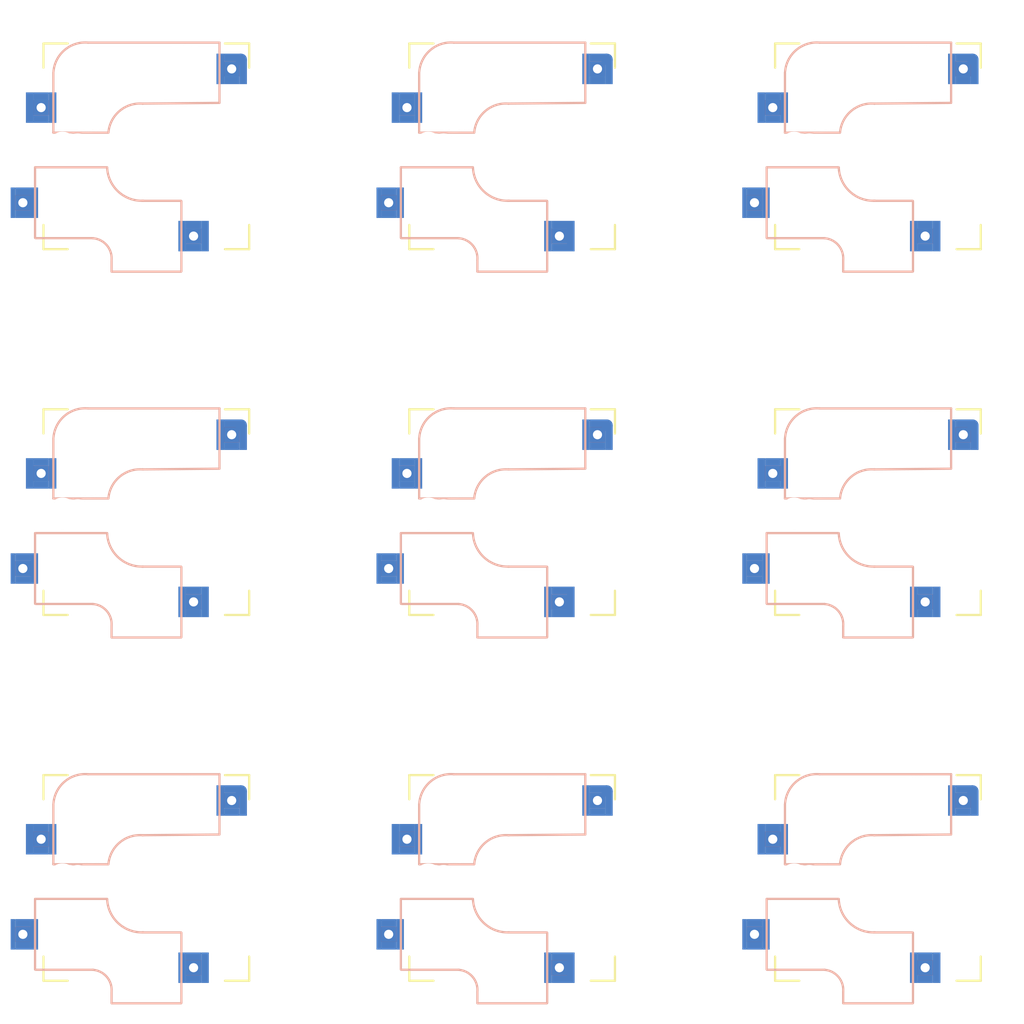
<source format=kicad_pcb>
(kicad_pcb (version 20240108) (generator "pcbnew") (generator_version "8.0")
  (layers (0 "F.Cu" signal) (31 "B.Cu" signal) (34 "B.Paste" user) (35 "F.Paste" user) (36 "B.SilkS" user "B.Silkscreen") (37 "F.SilkS" user "F.Silkscreen") (38 "B.Mask" user) (39 "F.Mask" user) (44 "Edge.Cuts" user))
  (net 0 "")
  (footprint "Library:CherryMX_MidHeight_Choc_Hotswap_rev5" (layer "F.Cu") (at 124.3 86.1)
    (property "Reference" "SW8" (hide yes))
    (property "Value" "SW_Push" (hide yes))
    (fp_line (start -7.3 1.4) (end -7.3 6) (stroke (width 0.15)) (layer "B.SilkS"))
    (fp_line (start -6.1 -4.85) (end -6.1 -0.905) (stroke (width 0.15)) (layer "B.SilkS"))
    (fp_line (start -6.1 -0.896) (end -2.49 -0.896) (stroke (width 0.15)) (layer "B.SilkS"))
    (fp_line (start -3.5 6.025) (end -7.275 6.025) (stroke (width 0.15)) (layer "B.SilkS"))
    (fp_line (start -2.575 1.375) (end -7.3 1.375) (stroke (width 0.15)) (layer "B.SilkS"))
    (fp_line (start -2.28 7.5) (end -2.28 8.2) (stroke (width 0.15)) (layer "B.SilkS"))
    (fp_line (start 2.275 3.575) (end -0.275 3.575) (stroke (width 0.15)) (layer "B.SilkS"))
    (fp_line (start 2.275 8.225) (end -2.275 8.225) (stroke (width 0.15)) (layer "B.SilkS"))
    (fp_line (start 2.3 3.6) (end 2.3 8.2) (stroke (width 0.15)) (layer "B.SilkS"))
    (fp_line (start 4.8 -6.804) (end -3.825 -6.804) (stroke (width 0.15)) (layer "B.SilkS"))
    (fp_line (start 4.8 -2.896) (end 4.8 -6.804) (stroke (width 0.15)) (layer "B.SilkS"))
    (fp_line (start 4.8 -2.85) (end -0.25 -2.804) (stroke (width 0.15)) (layer "B.SilkS"))
    (fp_arc (start -6.089 -4.92) (mid -5.347189 -6.33089) (end -3.825 -6.804) (stroke (width 0.15)) (layer "B.SilkS"))
    (fp_arc (start -3.5 6.03) (mid -2.595908 6.48733) (end -2.28 7.45) (stroke (width 0.15)) (layer "B.SilkS"))
    (fp_arc (start -2.485 -0.92) (mid -1.744361 -2.328061) (end -0.225 -2.8) (stroke (width 0.15)) (layer "B.SilkS"))
    (fp_arc (start -0.2 3.57) (mid -1.834422 2.975843) (end -2.57 1.4) (stroke (width 0.15)) (layer "B.SilkS"))
    (fp_line (start -6.746875 -6.746875) (end -5.159375 -6.746875) (stroke (width 0.15)) (layer "F.SilkS"))
    (fp_line (start -6.746875 -5.159375) (end -6.746875 -6.746875) (stroke (width 0.15)) (layer "F.SilkS"))
    (fp_line (start -6.746875 6.746875) (end -6.746875 5.159375) (stroke (width 0.15)) (layer "F.SilkS"))
    (fp_line (start -5.159375 6.746875) (end -6.746875 6.746875) (stroke (width 0.15)) (layer "F.SilkS"))
    (fp_line (start 5.159375 -6.746875) (end 6.746875 -6.746875) (stroke (width 0.15)) (layer "F.SilkS"))
    (fp_line (start 6.746875 -6.746875) (end 6.746875 -5.159375) (stroke (width 0.15)) (layer "F.SilkS"))
    (fp_line (start 6.746875 5.159375) (end 6.746875 6.746875) (stroke (width 0.15)) (layer "F.SilkS"))
    (fp_line (start 6.746875 6.746875) (end 5.159375 6.746875) (stroke (width 0.15)) (layer "F.SilkS"))
    (pad "" np_thru_hole circle (at -5.5 0 90) (size 1.9 1.9) (drill 1.9) (layers "*.Cu" "*.Mask"))
    (pad "" np_thru_hole circle (at -5.08 0) (size 1.7 1.7) (drill 1.7) (layers "*.Cu" "*.Mask"))
    (pad "" np_thru_hole circle (at -5 3.7 90) (size 3 3) (drill 3) (layers "*.Cu" "*.Mask"))
    (pad "" np_thru_hole circle (at -4.5 0) (size 1.7 1.7) (drill 1.7) (layers "*.Cu" "*.Mask"))
    (pad "" np_thru_hole circle (at -3.81 -2.54 180) (size 3 3) (drill 3) (layers "*.Cu" "*.Mask"))
    (pad "" np_thru_hole circle (at 0 0 90) (size 4.1 4.1) (drill 4.1) (layers "*.Cu" "*.Mask"))
    (pad "" np_thru_hole circle (at 0 5.9 90) (size 3 3) (drill 3) (layers "*.Cu" "*.Mask"))
    (pad "" np_thru_hole circle (at 2.54 -5.08 180) (size 3 3) (drill 3) (layers "*.Cu" "*.Mask"))
    (pad "" np_thru_hole circle (at 4.5 0) (size 1.7 1.7) (drill 1.7) (layers "*.Cu" "*.Mask"))
    (pad "" np_thru_hole circle (at 5.08 0) (size 1.7 1.7) (drill 1.7) (layers "*.Cu" "*.Mask"))
    (pad "" np_thru_hole circle (at 5.5 0 90) (size 1.9 1.9) (drill 1.9) (layers "*.Cu" "*.Mask"))
    (pad "1" smd rect (at -8.75 3.7 180) (size 0.3 2) (layers "B.Cu" "B.Paste" "B.Mask"))
    (pad "1" smd rect (at -8.1 2.95 180) (size 1 0.5) (layers "B.Cu" "B.Paste" "B.Mask"))
    (pad "1" thru_hole rect (at -8.1 3.7) (size 1 1) (drill 0.6) (layers "*.Cu" "B.Mask"))
    (pad "1" smd rect (at -8.1 4.45 180) (size 1 0.5) (layers "B.Cu" "B.Paste" "B.Mask"))
    (pad "1" smd rect (at -7.65 -2.54 180) (size 0.5 2) (layers "B.Cu" "B.Paste" "B.Mask"))
    (pad "1" smd rect (at -7.35 3.7 180) (size 0.5 2) (layers "B.Cu" "B.Paste" "B.Mask"))
    (pad "1" smd rect (at -6.9 -3.29 180) (size 1 0.5) (layers "B.Cu" "B.Paste" "B.Mask"))
    (pad "1" thru_hole rect (at -6.9 -2.54) (size 1 1) (drill 0.6) (layers "*.Cu" "B.Mask"))
    (pad "1" smd rect (at -6.9 -1.79 180) (size 1 0.5) (layers "B.Cu" "B.Paste" "B.Mask"))
    (pad "1" smd rect (at -6.15 -2.54 180) (size 0.5 2) (layers "B.Cu" "B.Paste" "B.Mask"))
    (pad "2" smd rect (at 2.35 5.89 180) (size 0.5 2) (layers "B.Cu" "B.Paste" "B.Mask"))
    (pad "2" smd rect (at 3.1 5.14 180) (size 1 0.5) (layers "B.Cu" "B.Paste" "B.Mask"))
    (pad "2" thru_hole rect (at 3.1 5.89) (size 1 1) (drill 0.6) (layers "*.Cu" "B.Mask"))
    (pad "2" smd rect (at 3.1 6.64 180) (size 1 0.5) (layers "B.Cu" "B.Paste" "B.Mask"))
    (pad "2" smd rect (at 3.85 5.89 180) (size 0.5 2) (layers "B.Cu" "B.Paste" "B.Mask"))
    (pad "2" smd rect (at 4.85 -5.08 180) (size 0.5 2) (layers "B.Cu" "B.Paste" "B.Mask"))
    (pad "2" thru_hole rect (at 5.6 -5.08) (size 1 1) (drill 0.6) (layers "*.Cu" "B.Mask"))
    (pad "2" smd rect (at 5.6 -4.33 180) (size 1 0.5) (layers "B.Cu" "B.Paste" "B.Mask"))
    (pad "2" smd rect (at 5.66125 -5.83 180) (size 1.125 0.5) (layers "B.Cu" "B.Paste" "B.Mask"))
    (pad "2" smd circle (at 6.225 -5.705 180) (size 0.75 0.75) (layers "B.Cu" "B.Paste" "B.Mask"))
    (pad "2" smd rect (at 6.35 -4.8925 180) (size 0.5 1.625) (layers "B.Cu" "B.Paste" "B.Mask"))
  )
  (footprint "Library:CherryMX_MidHeight_Choc_Hotswap_rev5" (layer "F.Cu") (at 100.3 38.1)
    (property "Reference" "SW1" (hide yes))
    (property "Value" "SW_Push" (hide yes))
    (fp_line (start -7.3 1.4) (end -7.3 6) (stroke (width 0.15)) (layer "B.SilkS"))
    (fp_line (start -6.1 -4.85) (end -6.1 -0.905) (stroke (width 0.15)) (layer "B.SilkS"))
    (fp_line (start -6.1 -0.896) (end -2.49 -0.896) (stroke (width 0.15)) (layer "B.SilkS"))
    (fp_line (start -3.5 6.025) (end -7.275 6.025) (stroke (width 0.15)) (layer "B.SilkS"))
    (fp_line (start -2.575 1.375) (end -7.3 1.375) (stroke (width 0.15)) (layer "B.SilkS"))
    (fp_line (start -2.28 7.5) (end -2.28 8.2) (stroke (width 0.15)) (layer "B.SilkS"))
    (fp_line (start 2.275 3.575) (end -0.275 3.575) (stroke (width 0.15)) (layer "B.SilkS"))
    (fp_line (start 2.275 8.225) (end -2.275 8.225) (stroke (width 0.15)) (layer "B.SilkS"))
    (fp_line (start 2.3 3.6) (end 2.3 8.2) (stroke (width 0.15)) (layer "B.SilkS"))
    (fp_line (start 4.8 -6.804) (end -3.825 -6.804) (stroke (width 0.15)) (layer "B.SilkS"))
    (fp_line (start 4.8 -2.896) (end 4.8 -6.804) (stroke (width 0.15)) (layer "B.SilkS"))
    (fp_line (start 4.8 -2.85) (end -0.25 -2.804) (stroke (width 0.15)) (layer "B.SilkS"))
    (fp_arc (start -6.089 -4.92) (mid -5.347189 -6.33089) (end -3.825 -6.804) (stroke (width 0.15)) (layer "B.SilkS"))
    (fp_arc (start -3.5 6.03) (mid -2.595908 6.48733) (end -2.28 7.45) (stroke (width 0.15)) (layer "B.SilkS"))
    (fp_arc (start -2.485 -0.92) (mid -1.744361 -2.328061) (end -0.225 -2.8) (stroke (width 0.15)) (layer "B.SilkS"))
    (fp_arc (start -0.2 3.57) (mid -1.834422 2.975843) (end -2.57 1.4) (stroke (width 0.15)) (layer "B.SilkS"))
    (fp_line (start -6.746875 -6.746875) (end -5.159375 -6.746875) (stroke (width 0.15)) (layer "F.SilkS"))
    (fp_line (start -6.746875 -5.159375) (end -6.746875 -6.746875) (stroke (width 0.15)) (layer "F.SilkS"))
    (fp_line (start -6.746875 6.746875) (end -6.746875 5.159375) (stroke (width 0.15)) (layer "F.SilkS"))
    (fp_line (start -5.159375 6.746875) (end -6.746875 6.746875) (stroke (width 0.15)) (layer "F.SilkS"))
    (fp_line (start 5.159375 -6.746875) (end 6.746875 -6.746875) (stroke (width 0.15)) (layer "F.SilkS"))
    (fp_line (start 6.746875 -6.746875) (end 6.746875 -5.159375) (stroke (width 0.15)) (layer "F.SilkS"))
    (fp_line (start 6.746875 5.159375) (end 6.746875 6.746875) (stroke (width 0.15)) (layer "F.SilkS"))
    (fp_line (start 6.746875 6.746875) (end 5.159375 6.746875) (stroke (width 0.15)) (layer "F.SilkS"))
    (pad "" np_thru_hole circle (at -5.5 0 90) (size 1.9 1.9) (drill 1.9) (layers "*.Cu" "*.Mask"))
    (pad "" np_thru_hole circle (at -5.08 0) (size 1.7 1.7) (drill 1.7) (layers "*.Cu" "*.Mask"))
    (pad "" np_thru_hole circle (at -5 3.7 90) (size 3 3) (drill 3) (layers "*.Cu" "*.Mask"))
    (pad "" np_thru_hole circle (at -4.5 0) (size 1.7 1.7) (drill 1.7) (layers "*.Cu" "*.Mask"))
    (pad "" np_thru_hole circle (at -3.81 -2.54 180) (size 3 3) (drill 3) (layers "*.Cu" "*.Mask"))
    (pad "" np_thru_hole circle (at 0 0 90) (size 4.1 4.1) (drill 4.1) (layers "*.Cu" "*.Mask"))
    (pad "" np_thru_hole circle (at 0 5.9 90) (size 3 3) (drill 3) (layers "*.Cu" "*.Mask"))
    (pad "" np_thru_hole circle (at 2.54 -5.08 180) (size 3 3) (drill 3) (layers "*.Cu" "*.Mask"))
    (pad "" np_thru_hole circle (at 4.5 0) (size 1.7 1.7) (drill 1.7) (layers "*.Cu" "*.Mask"))
    (pad "" np_thru_hole circle (at 5.08 0) (size 1.7 1.7) (drill 1.7) (layers "*.Cu" "*.Mask"))
    (pad "" np_thru_hole circle (at 5.5 0 90) (size 1.9 1.9) (drill 1.9) (layers "*.Cu" "*.Mask"))
    (pad "1" smd rect (at -8.75 3.7 180) (size 0.3 2) (layers "B.Cu" "B.Paste" "B.Mask"))
    (pad "1" smd rect (at -8.1 2.95 180) (size 1 0.5) (layers "B.Cu" "B.Paste" "B.Mask"))
    (pad "1" thru_hole rect (at -8.1 3.7) (size 1 1) (drill 0.6) (layers "*.Cu" "B.Mask"))
    (pad "1" smd rect (at -8.1 4.45 180) (size 1 0.5) (layers "B.Cu" "B.Paste" "B.Mask"))
    (pad "1" smd rect (at -7.65 -2.54 180) (size 0.5 2) (layers "B.Cu" "B.Paste" "B.Mask"))
    (pad "1" smd rect (at -7.35 3.7 180) (size 0.5 2) (layers "B.Cu" "B.Paste" "B.Mask"))
    (pad "1" smd rect (at -6.9 -3.29 180) (size 1 0.5) (layers "B.Cu" "B.Paste" "B.Mask"))
    (pad "1" thru_hole rect (at -6.9 -2.54) (size 1 1) (drill 0.6) (layers "*.Cu" "B.Mask"))
    (pad "1" smd rect (at -6.9 -1.79 180) (size 1 0.5) (layers "B.Cu" "B.Paste" "B.Mask"))
    (pad "1" smd rect (at -6.15 -2.54 180) (size 0.5 2) (layers "B.Cu" "B.Paste" "B.Mask"))
    (pad "2" smd rect (at 2.35 5.89 180) (size 0.5 2) (layers "B.Cu" "B.Paste" "B.Mask"))
    (pad "2" smd rect (at 3.1 5.14 180) (size 1 0.5) (layers "B.Cu" "B.Paste" "B.Mask"))
    (pad "2" thru_hole rect (at 3.1 5.89) (size 1 1) (drill 0.6) (layers "*.Cu" "B.Mask"))
    (pad "2" smd rect (at 3.1 6.64 180) (size 1 0.5) (layers "B.Cu" "B.Paste" "B.Mask"))
    (pad "2" smd rect (at 3.85 5.89 180) (size 0.5 2) (layers "B.Cu" "B.Paste" "B.Mask"))
    (pad "2" smd rect (at 4.85 -5.08 180) (size 0.5 2) (layers "B.Cu" "B.Paste" "B.Mask"))
    (pad "2" thru_hole rect (at 5.6 -5.08) (size 1 1) (drill 0.6) (layers "*.Cu" "B.Mask"))
    (pad "2" smd rect (at 5.6 -4.33 180) (size 1 0.5) (layers "B.Cu" "B.Paste" "B.Mask"))
    (pad "2" smd rect (at 5.66125 -5.83 180) (size 1.125 0.5) (layers "B.Cu" "B.Paste" "B.Mask"))
    (pad "2" smd circle (at 6.225 -5.705 180) (size 0.75 0.75) (layers "B.Cu" "B.Paste" "B.Mask"))
    (pad "2" smd rect (at 6.35 -4.8925 180) (size 0.5 1.625) (layers "B.Cu" "B.Paste" "B.Mask"))
  )
  (footprint "Library:CherryMX_MidHeight_Choc_Hotswap_rev5" (layer "F.Cu") (at 100.3 62.1)
    (property "Reference" "SW4" (hide yes))
    (property "Value" "SW_Push" (hide yes))
    (fp_line (start -7.3 1.4) (end -7.3 6) (stroke (width 0.15)) (layer "B.SilkS"))
    (fp_line (start -6.1 -4.85) (end -6.1 -0.905) (stroke (width 0.15)) (layer "B.SilkS"))
    (fp_line (start -6.1 -0.896) (end -2.49 -0.896) (stroke (width 0.15)) (layer "B.SilkS"))
    (fp_line (start -3.5 6.025) (end -7.275 6.025) (stroke (width 0.15)) (layer "B.SilkS"))
    (fp_line (start -2.575 1.375) (end -7.3 1.375) (stroke (width 0.15)) (layer "B.SilkS"))
    (fp_line (start -2.28 7.5) (end -2.28 8.2) (stroke (width 0.15)) (layer "B.SilkS"))
    (fp_line (start 2.275 3.575) (end -0.275 3.575) (stroke (width 0.15)) (layer "B.SilkS"))
    (fp_line (start 2.275 8.225) (end -2.275 8.225) (stroke (width 0.15)) (layer "B.SilkS"))
    (fp_line (start 2.3 3.6) (end 2.3 8.2) (stroke (width 0.15)) (layer "B.SilkS"))
    (fp_line (start 4.8 -6.804) (end -3.825 -6.804) (stroke (width 0.15)) (layer "B.SilkS"))
    (fp_line (start 4.8 -2.896) (end 4.8 -6.804) (stroke (width 0.15)) (layer "B.SilkS"))
    (fp_line (start 4.8 -2.85) (end -0.25 -2.804) (stroke (width 0.15)) (layer "B.SilkS"))
    (fp_arc (start -6.089 -4.92) (mid -5.347189 -6.33089) (end -3.825 -6.804) (stroke (width 0.15)) (layer "B.SilkS"))
    (fp_arc (start -3.5 6.03) (mid -2.595908 6.48733) (end -2.28 7.45) (stroke (width 0.15)) (layer "B.SilkS"))
    (fp_arc (start -2.485 -0.92) (mid -1.744361 -2.328061) (end -0.225 -2.8) (stroke (width 0.15)) (layer "B.SilkS"))
    (fp_arc (start -0.2 3.57) (mid -1.834422 2.975843) (end -2.57 1.4) (stroke (width 0.15)) (layer "B.SilkS"))
    (fp_line (start -6.746875 -6.746875) (end -5.159375 -6.746875) (stroke (width 0.15)) (layer "F.SilkS"))
    (fp_line (start -6.746875 -5.159375) (end -6.746875 -6.746875) (stroke (width 0.15)) (layer "F.SilkS"))
    (fp_line (start -6.746875 6.746875) (end -6.746875 5.159375) (stroke (width 0.15)) (layer "F.SilkS"))
    (fp_line (start -5.159375 6.746875) (end -6.746875 6.746875) (stroke (width 0.15)) (layer "F.SilkS"))
    (fp_line (start 5.159375 -6.746875) (end 6.746875 -6.746875) (stroke (width 0.15)) (layer "F.SilkS"))
    (fp_line (start 6.746875 -6.746875) (end 6.746875 -5.159375) (stroke (width 0.15)) (layer "F.SilkS"))
    (fp_line (start 6.746875 5.159375) (end 6.746875 6.746875) (stroke (width 0.15)) (layer "F.SilkS"))
    (fp_line (start 6.746875 6.746875) (end 5.159375 6.746875) (stroke (width 0.15)) (layer "F.SilkS"))
    (pad "" np_thru_hole circle (at -5.5 0 90) (size 1.9 1.9) (drill 1.9) (layers "*.Cu" "*.Mask"))
    (pad "" np_thru_hole circle (at -5.08 0) (size 1.7 1.7) (drill 1.7) (layers "*.Cu" "*.Mask"))
    (pad "" np_thru_hole circle (at -5 3.7 90) (size 3 3) (drill 3) (layers "*.Cu" "*.Mask"))
    (pad "" np_thru_hole circle (at -4.5 0) (size 1.7 1.7) (drill 1.7) (layers "*.Cu" "*.Mask"))
    (pad "" np_thru_hole circle (at -3.81 -2.54 180) (size 3 3) (drill 3) (layers "*.Cu" "*.Mask"))
    (pad "" np_thru_hole circle (at 0 0 90) (size 4.1 4.1) (drill 4.1) (layers "*.Cu" "*.Mask"))
    (pad "" np_thru_hole circle (at 0 5.9 90) (size 3 3) (drill 3) (layers "*.Cu" "*.Mask"))
    (pad "" np_thru_hole circle (at 2.54 -5.08 180) (size 3 3) (drill 3) (layers "*.Cu" "*.Mask"))
    (pad "" np_thru_hole circle (at 4.5 0) (size 1.7 1.7) (drill 1.7) (layers "*.Cu" "*.Mask"))
    (pad "" np_thru_hole circle (at 5.08 0) (size 1.7 1.7) (drill 1.7) (layers "*.Cu" "*.Mask"))
    (pad "" np_thru_hole circle (at 5.5 0 90) (size 1.9 1.9) (drill 1.9) (layers "*.Cu" "*.Mask"))
    (pad "1" smd rect (at -8.75 3.7 180) (size 0.3 2) (layers "B.Cu" "B.Paste" "B.Mask"))
    (pad "1" smd rect (at -8.1 2.95 180) (size 1 0.5) (layers "B.Cu" "B.Paste" "B.Mask"))
    (pad "1" thru_hole rect (at -8.1 3.7) (size 1 1) (drill 0.6) (layers "*.Cu" "B.Mask"))
    (pad "1" smd rect (at -8.1 4.45 180) (size 1 0.5) (layers "B.Cu" "B.Paste" "B.Mask"))
    (pad "1" smd rect (at -7.65 -2.54 180) (size 0.5 2) (layers "B.Cu" "B.Paste" "B.Mask"))
    (pad "1" smd rect (at -7.35 3.7 180) (size 0.5 2) (layers "B.Cu" "B.Paste" "B.Mask"))
    (pad "1" smd rect (at -6.9 -3.29 180) (size 1 0.5) (layers "B.Cu" "B.Paste" "B.Mask"))
    (pad "1" thru_hole rect (at -6.9 -2.54) (size 1 1) (drill 0.6) (layers "*.Cu" "B.Mask"))
    (pad "1" smd rect (at -6.9 -1.79 180) (size 1 0.5) (layers "B.Cu" "B.Paste" "B.Mask"))
    (pad "1" smd rect (at -6.15 -2.54 180) (size 0.5 2) (layers "B.Cu" "B.Paste" "B.Mask"))
    (pad "2" smd rect (at 2.35 5.89 180) (size 0.5 2) (layers "B.Cu" "B.Paste" "B.Mask"))
    (pad "2" smd rect (at 3.1 5.14 180) (size 1 0.5) (layers "B.Cu" "B.Paste" "B.Mask"))
    (pad "2" thru_hole rect (at 3.1 5.89) (size 1 1) (drill 0.6) (layers "*.Cu" "B.Mask"))
    (pad "2" smd rect (at 3.1 6.64 180) (size 1 0.5) (layers "B.Cu" "B.Paste" "B.Mask"))
    (pad "2" smd rect (at 3.85 5.89 180) (size 0.5 2) (layers "B.Cu" "B.Paste" "B.Mask"))
    (pad "2" smd rect (at 4.85 -5.08 180) (size 0.5 2) (layers "B.Cu" "B.Paste" "B.Mask"))
    (pad "2" thru_hole rect (at 5.6 -5.08) (size 1 1) (drill 0.6) (layers "*.Cu" "B.Mask"))
    (pad "2" smd rect (at 5.6 -4.33 180) (size 1 0.5) (layers "B.Cu" "B.Paste" "B.Mask"))
    (pad "2" smd rect (at 5.66125 -5.83 180) (size 1.125 0.5) (layers "B.Cu" "B.Paste" "B.Mask"))
    (pad "2" smd circle (at 6.225 -5.705 180) (size 0.75 0.75) (layers "B.Cu" "B.Paste" "B.Mask"))
    (pad "2" smd rect (at 6.35 -4.8925 180) (size 0.5 1.625) (layers "B.Cu" "B.Paste" "B.Mask"))
  )
  (footprint "Library:CherryMX_MidHeight_Choc_Hotswap_rev5" (layer "F.Cu") (at 148.3 38.1)
    (property "Reference" "SW3" (hide yes))
    (property "Value" "SW_Push" (hide yes))
    (fp_line (start -7.3 1.4) (end -7.3 6) (stroke (width 0.15)) (layer "B.SilkS"))
    (fp_line (start -6.1 -4.85) (end -6.1 -0.905) (stroke (width 0.15)) (layer "B.SilkS"))
    (fp_line (start -6.1 -0.896) (end -2.49 -0.896) (stroke (width 0.15)) (layer "B.SilkS"))
    (fp_line (start -3.5 6.025) (end -7.275 6.025) (stroke (width 0.15)) (layer "B.SilkS"))
    (fp_line (start -2.575 1.375) (end -7.3 1.375) (stroke (width 0.15)) (layer "B.SilkS"))
    (fp_line (start -2.28 7.5) (end -2.28 8.2) (stroke (width 0.15)) (layer "B.SilkS"))
    (fp_line (start 2.275 3.575) (end -0.275 3.575) (stroke (width 0.15)) (layer "B.SilkS"))
    (fp_line (start 2.275 8.225) (end -2.275 8.225) (stroke (width 0.15)) (layer "B.SilkS"))
    (fp_line (start 2.3 3.6) (end 2.3 8.2) (stroke (width 0.15)) (layer "B.SilkS"))
    (fp_line (start 4.8 -6.804) (end -3.825 -6.804) (stroke (width 0.15)) (layer "B.SilkS"))
    (fp_line (start 4.8 -2.896) (end 4.8 -6.804) (stroke (width 0.15)) (layer "B.SilkS"))
    (fp_line (start 4.8 -2.85) (end -0.25 -2.804) (stroke (width 0.15)) (layer "B.SilkS"))
    (fp_arc (start -6.089 -4.92) (mid -5.347189 -6.33089) (end -3.825 -6.804) (stroke (width 0.15)) (layer "B.SilkS"))
    (fp_arc (start -3.5 6.03) (mid -2.595908 6.48733) (end -2.28 7.45) (stroke (width 0.15)) (layer "B.SilkS"))
    (fp_arc (start -2.485 -0.92) (mid -1.744361 -2.328061) (end -0.225 -2.8) (stroke (width 0.15)) (layer "B.SilkS"))
    (fp_arc (start -0.2 3.57) (mid -1.834422 2.975843) (end -2.57 1.4) (stroke (width 0.15)) (layer "B.SilkS"))
    (fp_line (start -6.746875 -6.746875) (end -5.159375 -6.746875) (stroke (width 0.15)) (layer "F.SilkS"))
    (fp_line (start -6.746875 -5.159375) (end -6.746875 -6.746875) (stroke (width 0.15)) (layer "F.SilkS"))
    (fp_line (start -6.746875 6.746875) (end -6.746875 5.159375) (stroke (width 0.15)) (layer "F.SilkS"))
    (fp_line (start -5.159375 6.746875) (end -6.746875 6.746875) (stroke (width 0.15)) (layer "F.SilkS"))
    (fp_line (start 5.159375 -6.746875) (end 6.746875 -6.746875) (stroke (width 0.15)) (layer "F.SilkS"))
    (fp_line (start 6.746875 -6.746875) (end 6.746875 -5.159375) (stroke (width 0.15)) (layer "F.SilkS"))
    (fp_line (start 6.746875 5.159375) (end 6.746875 6.746875) (stroke (width 0.15)) (layer "F.SilkS"))
    (fp_line (start 6.746875 6.746875) (end 5.159375 6.746875) (stroke (width 0.15)) (layer "F.SilkS"))
    (pad "" np_thru_hole circle (at -5.5 0 90) (size 1.9 1.9) (drill 1.9) (layers "*.Cu" "*.Mask"))
    (pad "" np_thru_hole circle (at -5.08 0) (size 1.7 1.7) (drill 1.7) (layers "*.Cu" "*.Mask"))
    (pad "" np_thru_hole circle (at -5 3.7 90) (size 3 3) (drill 3) (layers "*.Cu" "*.Mask"))
    (pad "" np_thru_hole circle (at -4.5 0) (size 1.7 1.7) (drill 1.7) (layers "*.Cu" "*.Mask"))
    (pad "" np_thru_hole circle (at -3.81 -2.54 180) (size 3 3) (drill 3) (layers "*.Cu" "*.Mask"))
    (pad "" np_thru_hole circle (at 0 0 90) (size 4.1 4.1) (drill 4.1) (layers "*.Cu" "*.Mask"))
    (pad "" np_thru_hole circle (at 0 5.9 90) (size 3 3) (drill 3) (layers "*.Cu" "*.Mask"))
    (pad "" np_thru_hole circle (at 2.54 -5.08 180) (size 3 3) (drill 3) (layers "*.Cu" "*.Mask"))
    (pad "" np_thru_hole circle (at 4.5 0) (size 1.7 1.7) (drill 1.7) (layers "*.Cu" "*.Mask"))
    (pad "" np_thru_hole circle (at 5.08 0) (size 1.7 1.7) (drill 1.7) (layers "*.Cu" "*.Mask"))
    (pad "" np_thru_hole circle (at 5.5 0 90) (size 1.9 1.9) (drill 1.9) (layers "*.Cu" "*.Mask"))
    (pad "1" smd rect (at -8.75 3.7 180) (size 0.3 2) (layers "B.Cu" "B.Paste" "B.Mask"))
    (pad "1" smd rect (at -8.1 2.95 180) (size 1 0.5) (layers "B.Cu" "B.Paste" "B.Mask"))
    (pad "1" thru_hole rect (at -8.1 3.7) (size 1 1) (drill 0.6) (layers "*.Cu" "B.Mask"))
    (pad "1" smd rect (at -8.1 4.45 180) (size 1 0.5) (layers "B.Cu" "B.Paste" "B.Mask"))
    (pad "1" smd rect (at -7.65 -2.54 180) (size 0.5 2) (layers "B.Cu" "B.Paste" "B.Mask"))
    (pad "1" smd rect (at -7.35 3.7 180) (size 0.5 2) (layers "B.Cu" "B.Paste" "B.Mask"))
    (pad "1" smd rect (at -6.9 -3.29 180) (size 1 0.5) (layers "B.Cu" "B.Paste" "B.Mask"))
    (pad "1" thru_hole rect (at -6.9 -2.54) (size 1 1) (drill 0.6) (layers "*.Cu" "B.Mask"))
    (pad "1" smd rect (at -6.9 -1.79 180) (size 1 0.5) (layers "B.Cu" "B.Paste" "B.Mask"))
    (pad "1" smd rect (at -6.15 -2.54 180) (size 0.5 2) (layers "B.Cu" "B.Paste" "B.Mask"))
    (pad "2" smd rect (at 2.35 5.89 180) (size 0.5 2) (layers "B.Cu" "B.Paste" "B.Mask"))
    (pad "2" smd rect (at 3.1 5.14 180) (size 1 0.5) (layers "B.Cu" "B.Paste" "B.Mask"))
    (pad "2" thru_hole rect (at 3.1 5.89) (size 1 1) (drill 0.6) (layers "*.Cu" "B.Mask"))
    (pad "2" smd rect (at 3.1 6.64 180) (size 1 0.5) (layers "B.Cu" "B.Paste" "B.Mask"))
    (pad "2" smd rect (at 3.85 5.89 180) (size 0.5 2) (layers "B.Cu" "B.Paste" "B.Mask"))
    (pad "2" smd rect (at 4.85 -5.08 180) (size 0.5 2) (layers "B.Cu" "B.Paste" "B.Mask"))
    (pad "2" thru_hole rect (at 5.6 -5.08) (size 1 1) (drill 0.6) (layers "*.Cu" "B.Mask"))
    (pad "2" smd rect (at 5.6 -4.33 180) (size 1 0.5) (layers "B.Cu" "B.Paste" "B.Mask"))
    (pad "2" smd rect (at 5.66125 -5.83 180) (size 1.125 0.5) (layers "B.Cu" "B.Paste" "B.Mask"))
    (pad "2" smd circle (at 6.225 -5.705 180) (size 0.75 0.75) (layers "B.Cu" "B.Paste" "B.Mask"))
    (pad "2" smd rect (at 6.35 -4.8925 180) (size 0.5 1.625) (layers "B.Cu" "B.Paste" "B.Mask"))
  )
  (footprint "Library:CherryMX_MidHeight_Choc_Hotswap_rev5" (layer "F.Cu") (at 100.3 86.1)
    (property "Reference" "SW7" (hide yes))
    (property "Value" "SW_Push" (hide yes))
    (fp_line (start -7.3 1.4) (end -7.3 6) (stroke (width 0.15)) (layer "B.SilkS"))
    (fp_line (start -6.1 -4.85) (end -6.1 -0.905) (stroke (width 0.15)) (layer "B.SilkS"))
    (fp_line (start -6.1 -0.896) (end -2.49 -0.896) (stroke (width 0.15)) (layer "B.SilkS"))
    (fp_line (start -3.5 6.025) (end -7.275 6.025) (stroke (width 0.15)) (layer "B.SilkS"))
    (fp_line (start -2.575 1.375) (end -7.3 1.375) (stroke (width 0.15)) (layer "B.SilkS"))
    (fp_line (start -2.28 7.5) (end -2.28 8.2) (stroke (width 0.15)) (layer "B.SilkS"))
    (fp_line (start 2.275 3.575) (end -0.275 3.575) (stroke (width 0.15)) (layer "B.SilkS"))
    (fp_line (start 2.275 8.225) (end -2.275 8.225) (stroke (width 0.15)) (layer "B.SilkS"))
    (fp_line (start 2.3 3.6) (end 2.3 8.2) (stroke (width 0.15)) (layer "B.SilkS"))
    (fp_line (start 4.8 -6.804) (end -3.825 -6.804) (stroke (width 0.15)) (layer "B.SilkS"))
    (fp_line (start 4.8 -2.896) (end 4.8 -6.804) (stroke (width 0.15)) (layer "B.SilkS"))
    (fp_line (start 4.8 -2.85) (end -0.25 -2.804) (stroke (width 0.15)) (layer "B.SilkS"))
    (fp_arc (start -6.089 -4.92) (mid -5.347189 -6.33089) (end -3.825 -6.804) (stroke (width 0.15)) (layer "B.SilkS"))
    (fp_arc (start -3.5 6.03) (mid -2.595908 6.48733) (end -2.28 7.45) (stroke (width 0.15)) (layer "B.SilkS"))
    (fp_arc (start -2.485 -0.92) (mid -1.744361 -2.328061) (end -0.225 -2.8) (stroke (width 0.15)) (layer "B.SilkS"))
    (fp_arc (start -0.2 3.57) (mid -1.834422 2.975843) (end -2.57 1.4) (stroke (width 0.15)) (layer "B.SilkS"))
    (fp_line (start -6.746875 -6.746875) (end -5.159375 -6.746875) (stroke (width 0.15)) (layer "F.SilkS"))
    (fp_line (start -6.746875 -5.159375) (end -6.746875 -6.746875) (stroke (width 0.15)) (layer "F.SilkS"))
    (fp_line (start -6.746875 6.746875) (end -6.746875 5.159375) (stroke (width 0.15)) (layer "F.SilkS"))
    (fp_line (start -5.159375 6.746875) (end -6.746875 6.746875) (stroke (width 0.15)) (layer "F.SilkS"))
    (fp_line (start 5.159375 -6.746875) (end 6.746875 -6.746875) (stroke (width 0.15)) (layer "F.SilkS"))
    (fp_line (start 6.746875 -6.746875) (end 6.746875 -5.159375) (stroke (width 0.15)) (layer "F.SilkS"))
    (fp_line (start 6.746875 5.159375) (end 6.746875 6.746875) (stroke (width 0.15)) (layer "F.SilkS"))
    (fp_line (start 6.746875 6.746875) (end 5.159375 6.746875) (stroke (width 0.15)) (layer "F.SilkS"))
    (pad "" np_thru_hole circle (at -5.5 0 90) (size 1.9 1.9) (drill 1.9) (layers "*.Cu" "*.Mask"))
    (pad "" np_thru_hole circle (at -5.08 0) (size 1.7 1.7) (drill 1.7) (layers "*.Cu" "*.Mask"))
    (pad "" np_thru_hole circle (at -5 3.7 90) (size 3 3) (drill 3) (layers "*.Cu" "*.Mask"))
    (pad "" np_thru_hole circle (at -4.5 0) (size 1.7 1.7) (drill 1.7) (layers "*.Cu" "*.Mask"))
    (pad "" np_thru_hole circle (at -3.81 -2.54 180) (size 3 3) (drill 3) (layers "*.Cu" "*.Mask"))
    (pad "" np_thru_hole circle (at 0 0 90) (size 4.1 4.1) (drill 4.1) (layers "*.Cu" "*.Mask"))
    (pad "" np_thru_hole circle (at 0 5.9 90) (size 3 3) (drill 3) (layers "*.Cu" "*.Mask"))
    (pad "" np_thru_hole circle (at 2.54 -5.08 180) (size 3 3) (drill 3) (layers "*.Cu" "*.Mask"))
    (pad "" np_thru_hole circle (at 4.5 0) (size 1.7 1.7) (drill 1.7) (layers "*.Cu" "*.Mask"))
    (pad "" np_thru_hole circle (at 5.08 0) (size 1.7 1.7) (drill 1.7) (layers "*.Cu" "*.Mask"))
    (pad "" np_thru_hole circle (at 5.5 0 90) (size 1.9 1.9) (drill 1.9) (layers "*.Cu" "*.Mask"))
    (pad "1" smd rect (at -8.75 3.7 180) (size 0.3 2) (layers "B.Cu" "B.Paste" "B.Mask"))
    (pad "1" smd rect (at -8.1 2.95 180) (size 1 0.5) (layers "B.Cu" "B.Paste" "B.Mask"))
    (pad "1" thru_hole rect (at -8.1 3.7) (size 1 1) (drill 0.6) (layers "*.Cu" "B.Mask"))
    (pad "1" smd rect (at -8.1 4.45 180) (size 1 0.5) (layers "B.Cu" "B.Paste" "B.Mask"))
    (pad "1" smd rect (at -7.65 -2.54 180) (size 0.5 2) (layers "B.Cu" "B.Paste" "B.Mask"))
    (pad "1" smd rect (at -7.35 3.7 180) (size 0.5 2) (layers "B.Cu" "B.Paste" "B.Mask"))
    (pad "1" smd rect (at -6.9 -3.29 180) (size 1 0.5) (layers "B.Cu" "B.Paste" "B.Mask"))
    (pad "1" thru_hole rect (at -6.9 -2.54) (size 1 1) (drill 0.6) (layers "*.Cu" "B.Mask"))
    (pad "1" smd rect (at -6.9 -1.79 180) (size 1 0.5) (layers "B.Cu" "B.Paste" "B.Mask"))
    (pad "1" smd rect (at -6.15 -2.54 180) (size 0.5 2) (layers "B.Cu" "B.Paste" "B.Mask"))
    (pad "2" smd rect (at 2.35 5.89 180) (size 0.5 2) (layers "B.Cu" "B.Paste" "B.Mask"))
    (pad "2" smd rect (at 3.1 5.14 180) (size 1 0.5) (layers "B.Cu" "B.Paste" "B.Mask"))
    (pad "2" thru_hole rect (at 3.1 5.89) (size 1 1) (drill 0.6) (layers "*.Cu" "B.Mask"))
    (pad "2" smd rect (at 3.1 6.64 180) (size 1 0.5) (layers "B.Cu" "B.Paste" "B.Mask"))
    (pad "2" smd rect (at 3.85 5.89 180) (size 0.5 2) (layers "B.Cu" "B.Paste" "B.Mask"))
    (pad "2" smd rect (at 4.85 -5.08 180) (size 0.5 2) (layers "B.Cu" "B.Paste" "B.Mask"))
    (pad "2" thru_hole rect (at 5.6 -5.08) (size 1 1) (drill 0.6) (layers "*.Cu" "B.Mask"))
    (pad "2" smd rect (at 5.6 -4.33 180) (size 1 0.5) (layers "B.Cu" "B.Paste" "B.Mask"))
    (pad "2" smd rect (at 5.66125 -5.83 180) (size 1.125 0.5) (layers "B.Cu" "B.Paste" "B.Mask"))
    (pad "2" smd circle (at 6.225 -5.705 180) (size 0.75 0.75) (layers "B.Cu" "B.Paste" "B.Mask"))
    (pad "2" smd rect (at 6.35 -4.8925 180) (size 0.5 1.625) (layers "B.Cu" "B.Paste" "B.Mask"))
  )
  (footprint "Library:CherryMX_MidHeight_Choc_Hotswap_rev5" (layer "F.Cu") (at 124.3 62.1)
    (property "Reference" "SW5" (hide yes))
    (property "Value" "SW_Push" (hide yes))
    (fp_line (start -7.3 1.4) (end -7.3 6) (stroke (width 0.15)) (layer "B.SilkS"))
    (fp_line (start -6.1 -4.85) (end -6.1 -0.905) (stroke (width 0.15)) (layer "B.SilkS"))
    (fp_line (start -6.1 -0.896) (end -2.49 -0.896) (stroke (width 0.15)) (layer "B.SilkS"))
    (fp_line (start -3.5 6.025) (end -7.275 6.025) (stroke (width 0.15)) (layer "B.SilkS"))
    (fp_line (start -2.575 1.375) (end -7.3 1.375) (stroke (width 0.15)) (layer "B.SilkS"))
    (fp_line (start -2.28 7.5) (end -2.28 8.2) (stroke (width 0.15)) (layer "B.SilkS"))
    (fp_line (start 2.275 3.575) (end -0.275 3.575) (stroke (width 0.15)) (layer "B.SilkS"))
    (fp_line (start 2.275 8.225) (end -2.275 8.225) (stroke (width 0.15)) (layer "B.SilkS"))
    (fp_line (start 2.3 3.6) (end 2.3 8.2) (stroke (width 0.15)) (layer "B.SilkS"))
    (fp_line (start 4.8 -6.804) (end -3.825 -6.804) (stroke (width 0.15)) (layer "B.SilkS"))
    (fp_line (start 4.8 -2.896) (end 4.8 -6.804) (stroke (width 0.15)) (layer "B.SilkS"))
    (fp_line (start 4.8 -2.85) (end -0.25 -2.804) (stroke (width 0.15)) (layer "B.SilkS"))
    (fp_arc (start -6.089 -4.92) (mid -5.347189 -6.33089) (end -3.825 -6.804) (stroke (width 0.15)) (layer "B.SilkS"))
    (fp_arc (start -3.5 6.03) (mid -2.595908 6.48733) (end -2.28 7.45) (stroke (width 0.15)) (layer "B.SilkS"))
    (fp_arc (start -2.485 -0.92) (mid -1.744361 -2.328061) (end -0.225 -2.8) (stroke (width 0.15)) (layer "B.SilkS"))
    (fp_arc (start -0.2 3.57) (mid -1.834422 2.975843) (end -2.57 1.4) (stroke (width 0.15)) (layer "B.SilkS"))
    (fp_line (start -6.746875 -6.746875) (end -5.159375 -6.746875) (stroke (width 0.15)) (layer "F.SilkS"))
    (fp_line (start -6.746875 -5.159375) (end -6.746875 -6.746875) (stroke (width 0.15)) (layer "F.SilkS"))
    (fp_line (start -6.746875 6.746875) (end -6.746875 5.159375) (stroke (width 0.15)) (layer "F.SilkS"))
    (fp_line (start -5.159375 6.746875) (end -6.746875 6.746875) (stroke (width 0.15)) (layer "F.SilkS"))
    (fp_line (start 5.159375 -6.746875) (end 6.746875 -6.746875) (stroke (width 0.15)) (layer "F.SilkS"))
    (fp_line (start 6.746875 -6.746875) (end 6.746875 -5.159375) (stroke (width 0.15)) (layer "F.SilkS"))
    (fp_line (start 6.746875 5.159375) (end 6.746875 6.746875) (stroke (width 0.15)) (layer "F.SilkS"))
    (fp_line (start 6.746875 6.746875) (end 5.159375 6.746875) (stroke (width 0.15)) (layer "F.SilkS"))
    (pad "" np_thru_hole circle (at -5.5 0 90) (size 1.9 1.9) (drill 1.9) (layers "*.Cu" "*.Mask"))
    (pad "" np_thru_hole circle (at -5.08 0) (size 1.7 1.7) (drill 1.7) (layers "*.Cu" "*.Mask"))
    (pad "" np_thru_hole circle (at -5 3.7 90) (size 3 3) (drill 3) (layers "*.Cu" "*.Mask"))
    (pad "" np_thru_hole circle (at -4.5 0) (size 1.7 1.7) (drill 1.7) (layers "*.Cu" "*.Mask"))
    (pad "" np_thru_hole circle (at -3.81 -2.54 180) (size 3 3) (drill 3) (layers "*.Cu" "*.Mask"))
    (pad "" np_thru_hole circle (at 0 0 90) (size 4.1 4.1) (drill 4.1) (layers "*.Cu" "*.Mask"))
    (pad "" np_thru_hole circle (at 0 5.9 90) (size 3 3) (drill 3) (layers "*.Cu" "*.Mask"))
    (pad "" np_thru_hole circle (at 2.54 -5.08 180) (size 3 3) (drill 3) (layers "*.Cu" "*.Mask"))
    (pad "" np_thru_hole circle (at 4.5 0) (size 1.7 1.7) (drill 1.7) (layers "*.Cu" "*.Mask"))
    (pad "" np_thru_hole circle (at 5.08 0) (size 1.7 1.7) (drill 1.7) (layers "*.Cu" "*.Mask"))
    (pad "" np_thru_hole circle (at 5.5 0 90) (size 1.9 1.9) (drill 1.9) (layers "*.Cu" "*.Mask"))
    (pad "1" smd rect (at -8.75 3.7 180) (size 0.3 2) (layers "B.Cu" "B.Paste" "B.Mask"))
    (pad "1" smd rect (at -8.1 2.95 180) (size 1 0.5) (layers "B.Cu" "B.Paste" "B.Mask"))
    (pad "1" thru_hole rect (at -8.1 3.7) (size 1 1) (drill 0.6) (layers "*.Cu" "B.Mask"))
    (pad "1" smd rect (at -8.1 4.45 180) (size 1 0.5) (layers "B.Cu" "B.Paste" "B.Mask"))
    (pad "1" smd rect (at -7.65 -2.54 180) (size 0.5 2) (layers "B.Cu" "B.Paste" "B.Mask"))
    (pad "1" smd rect (at -7.35 3.7 180) (size 0.5 2) (layers "B.Cu" "B.Paste" "B.Mask"))
    (pad "1" smd rect (at -6.9 -3.29 180) (size 1 0.5) (layers "B.Cu" "B.Paste" "B.Mask"))
    (pad "1" thru_hole rect (at -6.9 -2.54) (size 1 1) (drill 0.6) (layers "*.Cu" "B.Mask"))
    (pad "1" smd rect (at -6.9 -1.79 180) (size 1 0.5) (layers "B.Cu" "B.Paste" "B.Mask"))
    (pad "1" smd rect (at -6.15 -2.54 180) (size 0.5 2) (layers "B.Cu" "B.Paste" "B.Mask"))
    (pad "2" smd rect (at 2.35 5.89 180) (size 0.5 2) (layers "B.Cu" "B.Paste" "B.Mask"))
    (pad "2" smd rect (at 3.1 5.14 180) (size 1 0.5) (layers "B.Cu" "B.Paste" "B.Mask"))
    (pad "2" thru_hole rect (at 3.1 5.89) (size 1 1) (drill 0.6) (layers "*.Cu" "B.Mask"))
    (pad "2" smd rect (at 3.1 6.64 180) (size 1 0.5) (layers "B.Cu" "B.Paste" "B.Mask"))
    (pad "2" smd rect (at 3.85 5.89 180) (size 0.5 2) (layers "B.Cu" "B.Paste" "B.Mask"))
    (pad "2" smd rect (at 4.85 -5.08 180) (size 0.5 2) (layers "B.Cu" "B.Paste" "B.Mask"))
    (pad "2" thru_hole rect (at 5.6 -5.08) (size 1 1) (drill 0.6) (layers "*.Cu" "B.Mask"))
    (pad "2" smd rect (at 5.6 -4.33 180) (size 1 0.5) (layers "B.Cu" "B.Paste" "B.Mask"))
    (pad "2" smd rect (at 5.66125 -5.83 180) (size 1.125 0.5) (layers "B.Cu" "B.Paste" "B.Mask"))
    (pad "2" smd circle (at 6.225 -5.705 180) (size 0.75 0.75) (layers "B.Cu" "B.Paste" "B.Mask"))
    (pad "2" smd rect (at 6.35 -4.8925 180) (size 0.5 1.625) (layers "B.Cu" "B.Paste" "B.Mask"))
  )
  (footprint "Library:CherryMX_MidHeight_Choc_Hotswap_rev5" (layer "F.Cu") (at 124.3 38.1)
    (property "Reference" "SW2" (hide yes))
    (property "Value" "SW_Push" (hide yes))
    (fp_line (start -7.3 1.4) (end -7.3 6) (stroke (width 0.15)) (layer "B.SilkS"))
    (fp_line (start -6.1 -4.85) (end -6.1 -0.905) (stroke (width 0.15)) (layer "B.SilkS"))
    (fp_line (start -6.1 -0.896) (end -2.49 -0.896) (stroke (width 0.15)) (layer "B.SilkS"))
    (fp_line (start -3.5 6.025) (end -7.275 6.025) (stroke (width 0.15)) (layer "B.SilkS"))
    (fp_line (start -2.575 1.375) (end -7.3 1.375) (stroke (width 0.15)) (layer "B.SilkS"))
    (fp_line (start -2.28 7.5) (end -2.28 8.2) (stroke (width 0.15)) (layer "B.SilkS"))
    (fp_line (start 2.275 3.575) (end -0.275 3.575) (stroke (width 0.15)) (layer "B.SilkS"))
    (fp_line (start 2.275 8.225) (end -2.275 8.225) (stroke (width 0.15)) (layer "B.SilkS"))
    (fp_line (start 2.3 3.6) (end 2.3 8.2) (stroke (width 0.15)) (layer "B.SilkS"))
    (fp_line (start 4.8 -6.804) (end -3.825 -6.804) (stroke (width 0.15)) (layer "B.SilkS"))
    (fp_line (start 4.8 -2.896) (end 4.8 -6.804) (stroke (width 0.15)) (layer "B.SilkS"))
    (fp_line (start 4.8 -2.85) (end -0.25 -2.804) (stroke (width 0.15)) (layer "B.SilkS"))
    (fp_arc (start -6.089 -4.92) (mid -5.347189 -6.33089) (end -3.825 -6.804) (stroke (width 0.15)) (layer "B.SilkS"))
    (fp_arc (start -3.5 6.03) (mid -2.595908 6.48733) (end -2.28 7.45) (stroke (width 0.15)) (layer "B.SilkS"))
    (fp_arc (start -2.485 -0.92) (mid -1.744361 -2.328061) (end -0.225 -2.8) (stroke (width 0.15)) (layer "B.SilkS"))
    (fp_arc (start -0.2 3.57) (mid -1.834422 2.975843) (end -2.57 1.4) (stroke (width 0.15)) (layer "B.SilkS"))
    (fp_line (start -6.746875 -6.746875) (end -5.159375 -6.746875) (stroke (width 0.15)) (layer "F.SilkS"))
    (fp_line (start -6.746875 -5.159375) (end -6.746875 -6.746875) (stroke (width 0.15)) (layer "F.SilkS"))
    (fp_line (start -6.746875 6.746875) (end -6.746875 5.159375) (stroke (width 0.15)) (layer "F.SilkS"))
    (fp_line (start -5.159375 6.746875) (end -6.746875 6.746875) (stroke (width 0.15)) (layer "F.SilkS"))
    (fp_line (start 5.159375 -6.746875) (end 6.746875 -6.746875) (stroke (width 0.15)) (layer "F.SilkS"))
    (fp_line (start 6.746875 -6.746875) (end 6.746875 -5.159375) (stroke (width 0.15)) (layer "F.SilkS"))
    (fp_line (start 6.746875 5.159375) (end 6.746875 6.746875) (stroke (width 0.15)) (layer "F.SilkS"))
    (fp_line (start 6.746875 6.746875) (end 5.159375 6.746875) (stroke (width 0.15)) (layer "F.SilkS"))
    (pad "" np_thru_hole circle (at -5.5 0 90) (size 1.9 1.9) (drill 1.9) (layers "*.Cu" "*.Mask"))
    (pad "" np_thru_hole circle (at -5.08 0) (size 1.7 1.7) (drill 1.7) (layers "*.Cu" "*.Mask"))
    (pad "" np_thru_hole circle (at -5 3.7 90) (size 3 3) (drill 3) (layers "*.Cu" "*.Mask"))
    (pad "" np_thru_hole circle (at -4.5 0) (size 1.7 1.7) (drill 1.7) (layers "*.Cu" "*.Mask"))
    (pad "" np_thru_hole circle (at -3.81 -2.54 180) (size 3 3) (drill 3) (layers "*.Cu" "*.Mask"))
    (pad "" np_thru_hole circle (at 0 0 90) (size 4.1 4.1) (drill 4.1) (layers "*.Cu" "*.Mask"))
    (pad "" np_thru_hole circle (at 0 5.9 90) (size 3 3) (drill 3) (layers "*.Cu" "*.Mask"))
    (pad "" np_thru_hole circle (at 2.54 -5.08 180) (size 3 3) (drill 3) (layers "*.Cu" "*.Mask"))
    (pad "" np_thru_hole circle (at 4.5 0) (size 1.7 1.7) (drill 1.7) (layers "*.Cu" "*.Mask"))
    (pad "" np_thru_hole circle (at 5.08 0) (size 1.7 1.7) (drill 1.7) (layers "*.Cu" "*.Mask"))
    (pad "" np_thru_hole circle (at 5.5 0 90) (size 1.9 1.9) (drill 1.9) (layers "*.Cu" "*.Mask"))
    (pad "1" smd rect (at -8.75 3.7 180) (size 0.3 2) (layers "B.Cu" "B.Paste" "B.Mask"))
    (pad "1" smd rect (at -8.1 2.95 180) (size 1 0.5) (layers "B.Cu" "B.Paste" "B.Mask"))
    (pad "1" thru_hole rect (at -8.1 3.7) (size 1 1) (drill 0.6) (layers "*.Cu" "B.Mask"))
    (pad "1" smd rect (at -8.1 4.45 180) (size 1 0.5) (layers "B.Cu" "B.Paste" "B.Mask"))
    (pad "1" smd rect (at -7.65 -2.54 180) (size 0.5 2) (layers "B.Cu" "B.Paste" "B.Mask"))
    (pad "1" smd rect (at -7.35 3.7 180) (size 0.5 2) (layers "B.Cu" "B.Paste" "B.Mask"))
    (pad "1" smd rect (at -6.9 -3.29 180) (size 1 0.5) (layers "B.Cu" "B.Paste" "B.Mask"))
    (pad "1" thru_hole rect (at -6.9 -2.54) (size 1 1) (drill 0.6) (layers "*.Cu" "B.Mask"))
    (pad "1" smd rect (at -6.9 -1.79 180) (size 1 0.5) (layers "B.Cu" "B.Paste" "B.Mask"))
    (pad "1" smd rect (at -6.15 -2.54 180) (size 0.5 2) (layers "B.Cu" "B.Paste" "B.Mask"))
    (pad "2" smd rect (at 2.35 5.89 180) (size 0.5 2) (layers "B.Cu" "B.Paste" "B.Mask"))
    (pad "2" smd rect (at 3.1 5.14 180) (size 1 0.5) (layers "B.Cu" "B.Paste" "B.Mask"))
    (pad "2" thru_hole rect (at 3.1 5.89) (size 1 1) (drill 0.6) (layers "*.Cu" "B.Mask"))
    (pad "2" smd rect (at 3.1 6.64 180) (size 1 0.5) (layers "B.Cu" "B.Paste" "B.Mask"))
    (pad "2" smd rect (at 3.85 5.89 180) (size 0.5 2) (layers "B.Cu" "B.Paste" "B.Mask"))
    (pad "2" smd rect (at 4.85 -5.08 180) (size 0.5 2) (layers "B.Cu" "B.Paste" "B.Mask"))
    (pad "2" thru_hole rect (at 5.6 -5.08) (size 1 1) (drill 0.6) (layers "*.Cu" "B.Mask"))
    (pad "2" smd rect (at 5.6 -4.33 180) (size 1 0.5) (layers "B.Cu" "B.Paste" "B.Mask"))
    (pad "2" smd rect (at 5.66125 -5.83 180) (size 1.125 0.5) (layers "B.Cu" "B.Paste" "B.Mask"))
    (pad "2" smd circle (at 6.225 -5.705 180) (size 0.75 0.75) (layers "B.Cu" "B.Paste" "B.Mask"))
    (pad "2" smd rect (at 6.35 -4.8925 180) (size 0.5 1.625) (layers "B.Cu" "B.Paste" "B.Mask"))
  )
  (footprint "Library:CherryMX_MidHeight_Choc_Hotswap_rev5" (layer "F.Cu") (at 148.3 62.1)
    (property "Reference" "SW6" (hide yes))
    (property "Value" "SW_Push" (hide yes))
    (fp_line (start -7.3 1.4) (end -7.3 6) (stroke (width 0.15)) (layer "B.SilkS"))
    (fp_line (start -6.1 -4.85) (end -6.1 -0.905) (stroke (width 0.15)) (layer "B.SilkS"))
    (fp_line (start -6.1 -0.896) (end -2.49 -0.896) (stroke (width 0.15)) (layer "B.SilkS"))
    (fp_line (start -3.5 6.025) (end -7.275 6.025) (stroke (width 0.15)) (layer "B.SilkS"))
    (fp_line (start -2.575 1.375) (end -7.3 1.375) (stroke (width 0.15)) (layer "B.SilkS"))
    (fp_line (start -2.28 7.5) (end -2.28 8.2) (stroke (width 0.15)) (layer "B.SilkS"))
    (fp_line (start 2.275 3.575) (end -0.275 3.575) (stroke (width 0.15)) (layer "B.SilkS"))
    (fp_line (start 2.275 8.225) (end -2.275 8.225) (stroke (width 0.15)) (layer "B.SilkS"))
    (fp_line (start 2.3 3.6) (end 2.3 8.2) (stroke (width 0.15)) (layer "B.SilkS"))
    (fp_line (start 4.8 -6.804) (end -3.825 -6.804) (stroke (width 0.15)) (layer "B.SilkS"))
    (fp_line (start 4.8 -2.896) (end 4.8 -6.804) (stroke (width 0.15)) (layer "B.SilkS"))
    (fp_line (start 4.8 -2.85) (end -0.25 -2.804) (stroke (width 0.15)) (layer "B.SilkS"))
    (fp_arc (start -6.089 -4.92) (mid -5.347189 -6.33089) (end -3.825 -6.804) (stroke (width 0.15)) (layer "B.SilkS"))
    (fp_arc (start -3.5 6.03) (mid -2.595908 6.48733) (end -2.28 7.45) (stroke (width 0.15)) (layer "B.SilkS"))
    (fp_arc (start -2.485 -0.92) (mid -1.744361 -2.328061) (end -0.225 -2.8) (stroke (width 0.15)) (layer "B.SilkS"))
    (fp_arc (start -0.2 3.57) (mid -1.834422 2.975843) (end -2.57 1.4) (stroke (width 0.15)) (layer "B.SilkS"))
    (fp_line (start -6.746875 -6.746875) (end -5.159375 -6.746875) (stroke (width 0.15)) (layer "F.SilkS"))
    (fp_line (start -6.746875 -5.159375) (end -6.746875 -6.746875) (stroke (width 0.15)) (layer "F.SilkS"))
    (fp_line (start -6.746875 6.746875) (end -6.746875 5.159375) (stroke (width 0.15)) (layer "F.SilkS"))
    (fp_line (start -5.159375 6.746875) (end -6.746875 6.746875) (stroke (width 0.15)) (layer "F.SilkS"))
    (fp_line (start 5.159375 -6.746875) (end 6.746875 -6.746875) (stroke (width 0.15)) (layer "F.SilkS"))
    (fp_line (start 6.746875 -6.746875) (end 6.746875 -5.159375) (stroke (width 0.15)) (layer "F.SilkS"))
    (fp_line (start 6.746875 5.159375) (end 6.746875 6.746875) (stroke (width 0.15)) (layer "F.SilkS"))
    (fp_line (start 6.746875 6.746875) (end 5.159375 6.746875) (stroke (width 0.15)) (layer "F.SilkS"))
    (pad "" np_thru_hole circle (at -5.5 0 90) (size 1.9 1.9) (drill 1.9) (layers "*.Cu" "*.Mask"))
    (pad "" np_thru_hole circle (at -5.08 0) (size 1.7 1.7) (drill 1.7) (layers "*.Cu" "*.Mask"))
    (pad "" np_thru_hole circle (at -5 3.7 90) (size 3 3) (drill 3) (layers "*.Cu" "*.Mask"))
    (pad "" np_thru_hole circle (at -4.5 0) (size 1.7 1.7) (drill 1.7) (layers "*.Cu" "*.Mask"))
    (pad "" np_thru_hole circle (at -3.81 -2.54 180) (size 3 3) (drill 3) (layers "*.Cu" "*.Mask"))
    (pad "" np_thru_hole circle (at 0 0 90) (size 4.1 4.1) (drill 4.1) (layers "*.Cu" "*.Mask"))
    (pad "" np_thru_hole circle (at 0 5.9 90) (size 3 3) (drill 3) (layers "*.Cu" "*.Mask"))
    (pad "" np_thru_hole circle (at 2.54 -5.08 180) (size 3 3) (drill 3) (layers "*.Cu" "*.Mask"))
    (pad "" np_thru_hole circle (at 4.5 0) (size 1.7 1.7) (drill 1.7) (layers "*.Cu" "*.Mask"))
    (pad "" np_thru_hole circle (at 5.08 0) (size 1.7 1.7) (drill 1.7) (layers "*.Cu" "*.Mask"))
    (pad "" np_thru_hole circle (at 5.5 0 90) (size 1.9 1.9) (drill 1.9) (layers "*.Cu" "*.Mask"))
    (pad "1" smd rect (at -8.75 3.7 180) (size 0.3 2) (layers "B.Cu" "B.Paste" "B.Mask"))
    (pad "1" smd rect (at -8.1 2.95 180) (size 1 0.5) (layers "B.Cu" "B.Paste" "B.Mask"))
    (pad "1" thru_hole rect (at -8.1 3.7) (size 1 1) (drill 0.6) (layers "*.Cu" "B.Mask"))
    (pad "1" smd rect (at -8.1 4.45 180) (size 1 0.5) (layers "B.Cu" "B.Paste" "B.Mask"))
    (pad "1" smd rect (at -7.65 -2.54 180) (size 0.5 2) (layers "B.Cu" "B.Paste" "B.Mask"))
    (pad "1" smd rect (at -7.35 3.7 180) (size 0.5 2) (layers "B.Cu" "B.Paste" "B.Mask"))
    (pad "1" smd rect (at -6.9 -3.29 180) (size 1 0.5) (layers "B.Cu" "B.Paste" "B.Mask"))
    (pad "1" thru_hole rect (at -6.9 -2.54) (size 1 1) (drill 0.6) (layers "*.Cu" "B.Mask"))
    (pad "1" smd rect (at -6.9 -1.79 180) (size 1 0.5) (layers "B.Cu" "B.Paste" "B.Mask"))
    (pad "1" smd rect (at -6.15 -2.54 180) (size 0.5 2) (layers "B.Cu" "B.Paste" "B.Mask"))
    (pad "2" smd rect (at 2.35 5.89 180) (size 0.5 2) (layers "B.Cu" "B.Paste" "B.Mask"))
    (pad "2" smd rect (at 3.1 5.14 180) (size 1 0.5) (layers "B.Cu" "B.Paste" "B.Mask"))
    (pad "2" thru_hole rect (at 3.1 5.89) (size 1 1) (drill 0.6) (layers "*.Cu" "B.Mask"))
    (pad "2" smd rect (at 3.1 6.64 180) (size 1 0.5) (layers "B.Cu" "B.Paste" "B.Mask"))
    (pad "2" smd rect (at 3.85 5.89 180) (size 0.5 2) (layers "B.Cu" "B.Paste" "B.Mask"))
    (pad "2" smd rect (at 4.85 -5.08 180) (size 0.5 2) (layers "B.Cu" "B.Paste" "B.Mask"))
    (pad "2" thru_hole rect (at 5.6 -5.08) (size 1 1) (drill 0.6) (layers "*.Cu" "B.Mask"))
    (pad "2" smd rect (at 5.6 -4.33 180) (size 1 0.5) (layers "B.Cu" "B.Paste" "B.Mask"))
    (pad "2" smd rect (at 5.66125 -5.83 180) (size 1.125 0.5) (layers "B.Cu" "B.Paste" "B.Mask"))
    (pad "2" smd circle (at 6.225 -5.705 180) (size 0.75 0.75) (layers "B.Cu" "B.Paste" "B.Mask"))
    (pad "2" smd rect (at 6.35 -4.8925 180) (size 0.5 1.625) (layers "B.Cu" "B.Paste" "B.Mask"))
  )
  (footprint "Library:CherryMX_MidHeight_Choc_Hotswap_rev5" (layer "F.Cu") (at 148.3 86.1)
    (property "Reference" "SW9" (hide yes))
    (property "Value" "SW_Push" (hide yes))
    (fp_line (start -7.3 1.4) (end -7.3 6) (stroke (width 0.15)) (layer "B.SilkS"))
    (fp_line (start -6.1 -4.85) (end -6.1 -0.905) (stroke (width 0.15)) (layer "B.SilkS"))
    (fp_line (start -6.1 -0.896) (end -2.49 -0.896) (stroke (width 0.15)) (layer "B.SilkS"))
    (fp_line (start -3.5 6.025) (end -7.275 6.025) (stroke (width 0.15)) (layer "B.SilkS"))
    (fp_line (start -2.575 1.375) (end -7.3 1.375) (stroke (width 0.15)) (layer "B.SilkS"))
    (fp_line (start -2.28 7.5) (end -2.28 8.2) (stroke (width 0.15)) (layer "B.SilkS"))
    (fp_line (start 2.275 3.575) (end -0.275 3.575) (stroke (width 0.15)) (layer "B.SilkS"))
    (fp_line (start 2.275 8.225) (end -2.275 8.225) (stroke (width 0.15)) (layer "B.SilkS"))
    (fp_line (start 2.3 3.6) (end 2.3 8.2) (stroke (width 0.15)) (layer "B.SilkS"))
    (fp_line (start 4.8 -6.804) (end -3.825 -6.804) (stroke (width 0.15)) (layer "B.SilkS"))
    (fp_line (start 4.8 -2.896) (end 4.8 -6.804) (stroke (width 0.15)) (layer "B.SilkS"))
    (fp_line (start 4.8 -2.85) (end -0.25 -2.804) (stroke (width 0.15)) (layer "B.SilkS"))
    (fp_arc (start -6.089 -4.92) (mid -5.347189 -6.33089) (end -3.825 -6.804) (stroke (width 0.15)) (layer "B.SilkS"))
    (fp_arc (start -3.5 6.03) (mid -2.595908 6.48733) (end -2.28 7.45) (stroke (width 0.15)) (layer "B.SilkS"))
    (fp_arc (start -2.485 -0.92) (mid -1.744361 -2.328061) (end -0.225 -2.8) (stroke (width 0.15)) (layer "B.SilkS"))
    (fp_arc (start -0.2 3.57) (mid -1.834422 2.975843) (end -2.57 1.4) (stroke (width 0.15)) (layer "B.SilkS"))
    (fp_line (start -6.746875 -6.746875) (end -5.159375 -6.746875) (stroke (width 0.15)) (layer "F.SilkS"))
    (fp_line (start -6.746875 -5.159375) (end -6.746875 -6.746875) (stroke (width 0.15)) (layer "F.SilkS"))
    (fp_line (start -6.746875 6.746875) (end -6.746875 5.159375) (stroke (width 0.15)) (layer "F.SilkS"))
    (fp_line (start -5.159375 6.746875) (end -6.746875 6.746875) (stroke (width 0.15)) (layer "F.SilkS"))
    (fp_line (start 5.159375 -6.746875) (end 6.746875 -6.746875) (stroke (width 0.15)) (layer "F.SilkS"))
    (fp_line (start 6.746875 -6.746875) (end 6.746875 -5.159375) (stroke (width 0.15)) (layer "F.SilkS"))
    (fp_line (start 6.746875 5.159375) (end 6.746875 6.746875) (stroke (width 0.15)) (layer "F.SilkS"))
    (fp_line (start 6.746875 6.746875) (end 5.159375 6.746875) (stroke (width 0.15)) (layer "F.SilkS"))
    (pad "" np_thru_hole circle (at -5.5 0 90) (size 1.9 1.9) (drill 1.9) (layers "*.Cu" "*.Mask"))
    (pad "" np_thru_hole circle (at -5.08 0) (size 1.7 1.7) (drill 1.7) (layers "*.Cu" "*.Mask"))
    (pad "" np_thru_hole circle (at -5 3.7 90) (size 3 3) (drill 3) (layers "*.Cu" "*.Mask"))
    (pad "" np_thru_hole circle (at -4.5 0) (size 1.7 1.7) (drill 1.7) (layers "*.Cu" "*.Mask"))
    (pad "" np_thru_hole circle (at -3.81 -2.54 180) (size 3 3) (drill 3) (layers "*.Cu" "*.Mask"))
    (pad "" np_thru_hole circle (at 0 0 90) (size 4.1 4.1) (drill 4.1) (layers "*.Cu" "*.Mask"))
    (pad "" np_thru_hole circle (at 0 5.9 90) (size 3 3) (drill 3) (layers "*.Cu" "*.Mask"))
    (pad "" np_thru_hole circle (at 2.54 -5.08 180) (size 3 3) (drill 3) (layers "*.Cu" "*.Mask"))
    (pad "" np_thru_hole circle (at 4.5 0) (size 1.7 1.7) (drill 1.7) (layers "*.Cu" "*.Mask"))
    (pad "" np_thru_hole circle (at 5.08 0) (size 1.7 1.7) (drill 1.7) (layers "*.Cu" "*.Mask"))
    (pad "" np_thru_hole circle (at 5.5 0 90) (size 1.9 1.9) (drill 1.9) (layers "*.Cu" "*.Mask"))
    (pad "1" smd rect (at -8.75 3.7 180) (size 0.3 2) (layers "B.Cu" "B.Paste" "B.Mask"))
    (pad "1" smd rect (at -8.1 2.95 180) (size 1 0.5) (layers "B.Cu" "B.Paste" "B.Mask"))
    (pad "1" thru_hole rect (at -8.1 3.7) (size 1 1) (drill 0.6) (layers "*.Cu" "B.Mask"))
    (pad "1" smd rect (at -8.1 4.45 180) (size 1 0.5) (layers "B.Cu" "B.Paste" "B.Mask"))
    (pad "1" smd rect (at -7.65 -2.54 180) (size 0.5 2) (layers "B.Cu" "B.Paste" "B.Mask"))
    (pad "1" smd rect (at -7.35 3.7 180) (size 0.5 2) (layers "B.Cu" "B.Paste" "B.Mask"))
    (pad "1" smd rect (at -6.9 -3.29 180) (size 1 0.5) (layers "B.Cu" "B.Paste" "B.Mask"))
    (pad "1" thru_hole rect (at -6.9 -2.54) (size 1 1) (drill 0.6) (layers "*.Cu" "B.Mask"))
    (pad "1" smd rect (at -6.9 -1.79 180) (size 1 0.5) (layers "B.Cu" "B.Paste" "B.Mask"))
    (pad "1" smd rect (at -6.15 -2.54 180) (size 0.5 2) (layers "B.Cu" "B.Paste" "B.Mask"))
    (pad "2" smd rect (at 2.35 5.89 180) (size 0.5 2) (layers "B.Cu" "B.Paste" "B.Mask"))
    (pad "2" smd rect (at 3.1 5.14 180) (size 1 0.5) (layers "B.Cu" "B.Paste" "B.Mask"))
    (pad "2" thru_hole rect (at 3.1 5.89) (size 1 1) (drill 0.6) (layers "*.Cu" "B.Mask"))
    (pad "2" smd rect (at 3.1 6.64 180) (size 1 0.5) (layers "B.Cu" "B.Paste" "B.Mask"))
    (pad "2" smd rect (at 3.85 5.89 180) (size 0.5 2) (layers "B.Cu" "B.Paste" "B.Mask"))
    (pad "2" smd rect (at 4.85 -5.08 180) (size 0.5 2) (layers "B.Cu" "B.Paste" "B.Mask"))
    (pad "2" thru_hole rect (at 5.6 -5.08) (size 1 1) (drill 0.6) (layers "*.Cu" "B.Mask"))
    (pad "2" smd rect (at 5.6 -4.33 180) (size 1 0.5) (layers "B.Cu" "B.Paste" "B.Mask"))
    (pad "2" smd rect (at 5.66125 -5.83 180) (size 1.125 0.5) (layers "B.Cu" "B.Paste" "B.Mask"))
    (pad "2" smd circle (at 6.225 -5.705 180) (size 0.75 0.75) (layers "B.Cu" "B.Paste" "B.Mask"))
    (pad "2" smd rect (at 6.35 -4.8925 180) (size 0.5 1.625) (layers "B.Cu" "B.Paste" "B.Mask"))
  )
)
</source>
